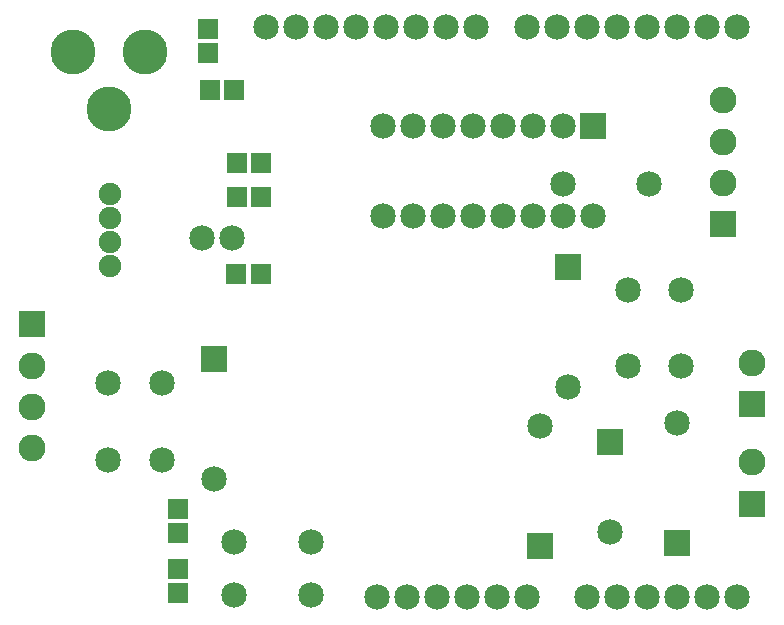
<source format=gts>
G04 MADE WITH FRITZING*
G04 WWW.FRITZING.ORG*
G04 DOUBLE SIDED*
G04 HOLES PLATED*
G04 CONTOUR ON CENTER OF CONTOUR VECTOR*
%ASAXBY*%
%FSLAX23Y23*%
%MOIN*%
%OFA0B0*%
%SFA1.0B1.0*%
%ADD10C,0.085000*%
%ADD11C,0.090000*%
%ADD12C,0.075000*%
%ADD13C,0.150000*%
%ADD14R,0.090000X0.090000*%
%ADD15R,0.085000X0.085000*%
%ADD16R,0.069055X0.065118*%
%ADD17R,0.065118X0.069055*%
%LNMASK1*%
G90*
G70*
G54D10*
X949Y1993D03*
X1049Y1993D03*
X1149Y1993D03*
X1249Y1993D03*
X1349Y1993D03*
X1449Y1993D03*
X1549Y1993D03*
X1649Y1993D03*
X1819Y1993D03*
X1919Y1993D03*
X2019Y1993D03*
X2119Y1993D03*
X2219Y1993D03*
X2319Y1993D03*
X2419Y1993D03*
X2519Y1993D03*
X1319Y93D03*
X1419Y93D03*
X1519Y93D03*
X1619Y93D03*
X1719Y93D03*
X1819Y93D03*
X2019Y93D03*
X2119Y93D03*
X2219Y93D03*
X2319Y93D03*
X2419Y93D03*
X2519Y93D03*
G54D11*
X2472Y1337D03*
X2472Y1475D03*
X2472Y1612D03*
X2472Y1750D03*
G54D12*
X430Y1199D03*
X430Y1278D03*
X430Y1357D03*
X430Y1436D03*
G54D13*
X545Y1910D03*
X305Y1910D03*
X425Y1720D03*
G54D10*
X841Y277D03*
X1097Y277D03*
X841Y100D03*
X1097Y100D03*
X2040Y1663D03*
X2040Y1363D03*
X1940Y1663D03*
X1940Y1363D03*
X1840Y1663D03*
X1840Y1363D03*
X1740Y1663D03*
X1740Y1363D03*
X1640Y1663D03*
X1640Y1363D03*
X1540Y1663D03*
X1540Y1363D03*
X1440Y1663D03*
X1440Y1363D03*
X1340Y1663D03*
X1340Y1363D03*
X601Y806D03*
X601Y551D03*
X423Y806D03*
X423Y551D03*
X2332Y1119D03*
X2332Y863D03*
X2155Y1119D03*
X2155Y863D03*
X1954Y1195D03*
X1954Y795D03*
X2317Y273D03*
X2317Y673D03*
X1862Y264D03*
X1862Y664D03*
X776Y886D03*
X776Y486D03*
G54D11*
X169Y1003D03*
X169Y865D03*
X169Y728D03*
X169Y590D03*
X2569Y737D03*
X2569Y874D03*
G54D10*
X2096Y612D03*
X2096Y312D03*
G54D11*
X2570Y405D03*
X2570Y543D03*
G54D10*
X835Y1290D03*
X735Y1290D03*
X2226Y1472D03*
X1940Y1472D03*
G54D14*
X2472Y1337D03*
G54D15*
X2040Y1663D03*
X1954Y1195D03*
X2317Y273D03*
X1862Y264D03*
X776Y886D03*
G54D14*
X169Y1003D03*
X2569Y737D03*
G54D15*
X2096Y612D03*
G54D14*
X2570Y405D03*
G54D16*
X755Y1989D03*
X755Y1909D03*
G54D17*
X761Y1785D03*
X842Y1785D03*
X931Y1171D03*
X850Y1171D03*
X932Y1429D03*
X851Y1429D03*
X933Y1541D03*
X852Y1541D03*
G54D16*
X654Y309D03*
X654Y389D03*
X656Y108D03*
X656Y189D03*
G04 End of Mask1*
M02*
</source>
